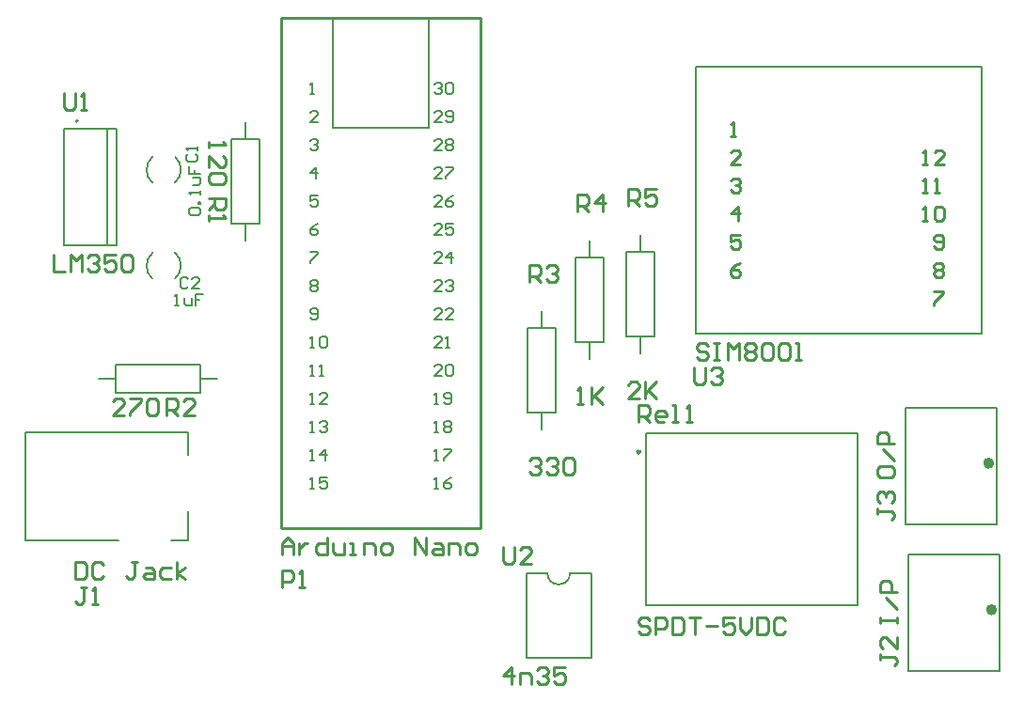
<source format=gto>
G04 Layer_Color=65535*
%FSLAX42Y42*%
%MOMM*%
G71*
G01*
G75*
%ADD10C,0.51*%
%ADD29C,0.20*%
%ADD30C,0.30*%
%ADD31C,0.15*%
%ADD32C,0.25*%
%ADD33C,0.13*%
%ADD34C,0.23*%
%ADD35C,0.19*%
D10*
X8519Y2184D02*
G03*
X8519Y2184I-25J0D01*
G01*
X8545Y864D02*
G03*
X8545Y864I-25J0D01*
G01*
D29*
X293Y5268D02*
G03*
X293Y5268I-10J0D01*
G01*
X966Y4080D02*
G03*
X965Y3846I101J-118D01*
G01*
X1169Y3847D02*
G03*
X1167Y4081I-102J117D01*
G01*
Y4711D02*
G03*
X1169Y4945I-101J118D01*
G01*
X965Y4944D02*
G03*
X966Y4710I102J-117D01*
G01*
X3454Y5207D02*
Y6198D01*
X2591Y5207D02*
X3454D01*
X2591D02*
Y6198D01*
X1283Y2261D02*
Y2464D01*
X-178D02*
X1283D01*
X-178Y1486D02*
Y2464D01*
X1283Y1486D02*
Y1753D01*
X1130Y1486D02*
X1283D01*
X-178D02*
X660D01*
X5855Y5753D02*
X8433D01*
X5855Y3353D02*
Y5753D01*
Y3353D02*
X8433D01*
Y5753D01*
X635Y3073D02*
X1397D01*
X635Y2819D02*
Y3073D01*
Y2819D02*
X1397D01*
Y3073D01*
X483Y2946D02*
X635D01*
X1397D02*
X1549D01*
X1676Y4343D02*
Y5105D01*
Y4343D02*
X1930D01*
Y5105D01*
X1676D02*
X1930D01*
X1803Y4191D02*
Y4343D01*
Y5105D02*
Y5258D01*
X4775Y3277D02*
Y4039D01*
Y3277D02*
X5029D01*
Y4039D01*
X4775D02*
X5029D01*
X4902Y3124D02*
Y3277D01*
Y4039D02*
Y4191D01*
X4597Y2642D02*
Y3404D01*
X4343D02*
X4597D01*
X4343Y2642D02*
Y3404D01*
Y2642D02*
X4597D01*
X4470Y3404D02*
Y3556D01*
Y2489D02*
Y2642D01*
X5232Y3327D02*
Y4089D01*
Y3327D02*
X5486D01*
Y4089D01*
X5232D02*
X5486D01*
X5359Y3175D02*
Y3327D01*
Y4089D02*
Y4242D01*
D30*
X5353Y2288D02*
G03*
X5353Y2288I-10J0D01*
G01*
D31*
X4521Y1194D02*
G03*
X4724Y1194I102J0D01*
G01*
X4915Y432D02*
Y1194D01*
X4331Y432D02*
Y1194D01*
Y432D02*
X4915D01*
X4724Y1194D02*
X4915D01*
X4331D02*
X4521D01*
X1168Y3607D02*
X1202D01*
X1185D01*
Y3708D01*
X1168Y3691D01*
X1253Y3675D02*
Y3624D01*
X1270Y3607D01*
X1321D01*
Y3675D01*
X1422Y3708D02*
X1355D01*
Y3658D01*
X1388D01*
X1355D01*
Y3607D01*
X1287Y3844D02*
X1270Y3861D01*
X1236D01*
X1219Y3844D01*
Y3776D01*
X1236Y3759D01*
X1270D01*
X1287Y3776D01*
X1388Y3759D02*
X1321D01*
X1388Y3827D01*
Y3844D01*
X1372Y3861D01*
X1338D01*
X1321Y3844D01*
X1312Y4422D02*
X1295Y4439D01*
Y4473D01*
X1312Y4490D01*
X1380D01*
X1397Y4473D01*
Y4439D01*
X1380Y4422D01*
X1312D01*
X1397Y4524D02*
X1380D01*
Y4541D01*
X1397D01*
Y4524D01*
Y4608D02*
Y4642D01*
Y4625D01*
X1295D01*
X1312Y4608D01*
X1329Y4693D02*
X1380D01*
X1397Y4710D01*
Y4761D01*
X1329D01*
X1295Y4862D02*
Y4795D01*
X1346D01*
Y4828D01*
Y4795D01*
X1397D01*
X1287Y4973D02*
X1270Y4956D01*
Y4922D01*
X1287Y4905D01*
X1355D01*
X1372Y4922D01*
Y4956D01*
X1355Y4973D01*
X1372Y5006D02*
Y5040D01*
Y5023D01*
X1270D01*
X1287Y5006D01*
D32*
X2123Y1600D02*
Y6198D01*
Y1600D02*
X3923D01*
Y6198D01*
X2123D02*
X3923D01*
X267Y1295D02*
Y1143D01*
X343D01*
X368Y1168D01*
Y1270D01*
X343Y1295D01*
X267D01*
X521Y1270D02*
X495Y1295D01*
X444D01*
X419Y1270D01*
Y1168D01*
X444Y1143D01*
X495D01*
X521Y1168D01*
X825Y1295D02*
X775D01*
X800D01*
Y1168D01*
X775Y1143D01*
X749D01*
X724Y1168D01*
X901Y1245D02*
X952D01*
X978Y1219D01*
Y1143D01*
X901D01*
X876Y1168D01*
X901Y1194D01*
X978D01*
X1130Y1245D02*
X1054D01*
X1028Y1219D01*
Y1168D01*
X1054Y1143D01*
X1130D01*
X1181D02*
Y1295D01*
Y1194D02*
X1257Y1245D01*
X1181Y1194D02*
X1257Y1143D01*
X368Y1067D02*
X317D01*
X343D01*
Y940D01*
X317Y914D01*
X292D01*
X267Y940D01*
X419Y914D02*
X470D01*
X444D01*
Y1067D01*
X419Y1041D01*
X7518Y741D02*
Y791D01*
Y766D01*
X7671D01*
Y741D01*
Y791D01*
Y868D02*
X7569Y969D01*
X7671Y1020D02*
X7518D01*
Y1096D01*
X7544Y1121D01*
X7595D01*
X7620Y1096D01*
Y1020D01*
X7518Y461D02*
Y410D01*
Y436D01*
X7645D01*
X7671Y410D01*
Y385D01*
X7645Y360D01*
X7671Y614D02*
Y512D01*
X7569Y614D01*
X7544D01*
X7518Y588D01*
Y537D01*
X7544Y512D01*
X7493Y2134D02*
Y2083D01*
X7518Y2057D01*
X7620D01*
X7645Y2083D01*
Y2134D01*
X7620Y2159D01*
X7518D01*
X7493Y2134D01*
X7645Y2210D02*
X7544Y2311D01*
X7645Y2362D02*
X7493D01*
Y2438D01*
X7518Y2464D01*
X7569D01*
X7595Y2438D01*
Y2362D01*
X7493Y1778D02*
Y1727D01*
Y1753D01*
X7620D01*
X7645Y1727D01*
Y1702D01*
X7620Y1676D01*
X7518Y1829D02*
X7493Y1854D01*
Y1905D01*
X7518Y1930D01*
X7544D01*
X7569Y1905D01*
Y1880D01*
Y1905D01*
X7595Y1930D01*
X7620D01*
X7645Y1905D01*
Y1854D01*
X7620Y1829D01*
X2136Y1359D02*
Y1460D01*
X2187Y1511D01*
X2238Y1460D01*
Y1359D01*
Y1435D01*
X2136D01*
X2288Y1460D02*
Y1359D01*
Y1410D01*
X2314Y1435D01*
X2339Y1460D01*
X2365D01*
X2542Y1511D02*
Y1359D01*
X2466D01*
X2441Y1384D01*
Y1435D01*
X2466Y1460D01*
X2542D01*
X2593D02*
Y1384D01*
X2619Y1359D01*
X2695D01*
Y1460D01*
X2746Y1359D02*
X2796D01*
X2771D01*
Y1460D01*
X2746D01*
X2873Y1359D02*
Y1460D01*
X2949D01*
X2974Y1435D01*
Y1359D01*
X3050D02*
X3101D01*
X3126Y1384D01*
Y1435D01*
X3101Y1460D01*
X3050D01*
X3025Y1435D01*
Y1384D01*
X3050Y1359D01*
X3330D02*
Y1511D01*
X3431Y1359D01*
Y1511D01*
X3507Y1460D02*
X3558D01*
X3583Y1435D01*
Y1359D01*
X3507D01*
X3482Y1384D01*
X3507Y1410D01*
X3583D01*
X3634Y1359D02*
Y1460D01*
X3710D01*
X3736Y1435D01*
Y1359D01*
X3812D02*
X3863D01*
X3888Y1384D01*
Y1435D01*
X3863Y1460D01*
X3812D01*
X3787Y1435D01*
Y1384D01*
X3812Y1359D01*
X2134Y1067D02*
Y1219D01*
X2210D01*
X2235Y1194D01*
Y1143D01*
X2210Y1118D01*
X2134D01*
X2286Y1067D02*
X2337D01*
X2311D01*
Y1219D01*
X2286Y1194D01*
X1473Y5080D02*
Y5029D01*
Y5055D01*
X1626D01*
X1600Y5080D01*
X1473Y4851D02*
Y4953D01*
X1575Y4851D01*
X1600D01*
X1626Y4877D01*
Y4928D01*
X1600Y4953D01*
Y4801D02*
X1626Y4775D01*
Y4725D01*
X1600Y4699D01*
X1499D01*
X1473Y4725D01*
Y4775D01*
X1499Y4801D01*
X1600D01*
X1473Y4572D02*
X1626D01*
Y4496D01*
X1600Y4470D01*
X1549D01*
X1524Y4496D01*
Y4572D01*
Y4521D02*
X1473Y4470D01*
Y4420D02*
Y4369D01*
Y4394D01*
X1626D01*
X1600Y4420D01*
X711Y2616D02*
X610D01*
X711Y2718D01*
Y2743D01*
X686Y2769D01*
X635D01*
X610Y2743D01*
X762Y2769D02*
X864D01*
Y2743D01*
X762Y2642D01*
Y2616D01*
X914Y2743D02*
X940Y2769D01*
X990D01*
X1016Y2743D01*
Y2642D01*
X990Y2616D01*
X940D01*
X914Y2642D01*
Y2743D01*
X1092Y2616D02*
Y2769D01*
X1168D01*
X1194Y2743D01*
Y2692D01*
X1168Y2667D01*
X1092D01*
X1143D02*
X1194Y2616D01*
X1346D02*
X1245D01*
X1346Y2718D01*
Y2743D01*
X1321Y2769D01*
X1270D01*
X1245Y2743D01*
X4359Y2205D02*
X4384Y2230D01*
X4435D01*
X4460Y2205D01*
Y2179D01*
X4435Y2154D01*
X4409D01*
X4435D01*
X4460Y2129D01*
Y2103D01*
X4435Y2078D01*
X4384D01*
X4359Y2103D01*
X4511Y2205D02*
X4536Y2230D01*
X4587D01*
X4613Y2205D01*
Y2179D01*
X4587Y2154D01*
X4562D01*
X4587D01*
X4613Y2129D01*
Y2103D01*
X4587Y2078D01*
X4536D01*
X4511Y2103D01*
X4663Y2205D02*
X4689Y2230D01*
X4740D01*
X4765Y2205D01*
Y2103D01*
X4740Y2078D01*
X4689D01*
X4663Y2103D01*
Y2205D01*
X4359Y3815D02*
Y3967D01*
X4435D01*
X4460Y3942D01*
Y3891D01*
X4435Y3866D01*
X4359D01*
X4409D02*
X4460Y3815D01*
X4511Y3942D02*
X4536Y3967D01*
X4587D01*
X4613Y3942D01*
Y3917D01*
X4587Y3891D01*
X4562D01*
X4587D01*
X4613Y3866D01*
Y3840D01*
X4587Y3815D01*
X4536D01*
X4511Y3840D01*
X4790Y2713D02*
X4841D01*
X4816D01*
Y2865D01*
X4790Y2840D01*
X4917Y2865D02*
Y2713D01*
Y2764D01*
X5019Y2865D01*
X4943Y2789D01*
X5019Y2713D01*
X4790Y4450D02*
Y4602D01*
X4867D01*
X4892Y4577D01*
Y4526D01*
X4867Y4501D01*
X4790D01*
X4841D02*
X4892Y4450D01*
X5019D02*
Y4602D01*
X4943Y4526D01*
X5044D01*
X5349Y2764D02*
X5248D01*
X5349Y2865D01*
Y2890D01*
X5324Y2916D01*
X5273D01*
X5248Y2890D01*
X5400Y2916D02*
Y2764D01*
Y2814D01*
X5502Y2916D01*
X5425Y2840D01*
X5502Y2764D01*
X5248Y4501D02*
Y4653D01*
X5324D01*
X5349Y4628D01*
Y4577D01*
X5324Y4552D01*
X5248D01*
X5298D02*
X5349Y4501D01*
X5502Y4653D02*
X5400D01*
Y4577D01*
X5451Y4602D01*
X5476D01*
X5502Y4577D01*
Y4526D01*
X5476Y4501D01*
X5425D01*
X5400Y4526D01*
X5446Y772D02*
X5420Y798D01*
X5370D01*
X5344Y772D01*
Y747D01*
X5370Y721D01*
X5420D01*
X5446Y696D01*
Y671D01*
X5420Y645D01*
X5370D01*
X5344Y671D01*
X5497Y645D02*
Y798D01*
X5573D01*
X5598Y772D01*
Y721D01*
X5573Y696D01*
X5497D01*
X5649Y798D02*
Y645D01*
X5725D01*
X5750Y671D01*
Y772D01*
X5725Y798D01*
X5649D01*
X5801D02*
X5903D01*
X5852D01*
Y645D01*
X5954Y721D02*
X6055D01*
X6207Y798D02*
X6106D01*
Y721D01*
X6157Y747D01*
X6182D01*
X6207Y721D01*
Y671D01*
X6182Y645D01*
X6131D01*
X6106Y671D01*
X6258Y798D02*
Y696D01*
X6309Y645D01*
X6360Y696D01*
Y798D01*
X6411D02*
Y645D01*
X6487D01*
X6512Y671D01*
Y772D01*
X6487Y798D01*
X6411D01*
X6665Y772D02*
X6639Y798D01*
X6588D01*
X6563Y772D01*
Y671D01*
X6588Y645D01*
X6639D01*
X6665Y671D01*
X5344Y2555D02*
Y2708D01*
X5420D01*
X5446Y2682D01*
Y2631D01*
X5420Y2606D01*
X5344D01*
X5395D02*
X5446Y2555D01*
X5573D02*
X5522D01*
X5497Y2581D01*
Y2631D01*
X5522Y2657D01*
X5573D01*
X5598Y2631D01*
Y2606D01*
X5497D01*
X5649Y2555D02*
X5700D01*
X5674D01*
Y2708D01*
X5649D01*
X5776Y2555D02*
X5827D01*
X5801D01*
Y2708D01*
X5776Y2682D01*
X76Y4064D02*
Y3912D01*
X178D01*
X229D02*
Y4064D01*
X279Y4013D01*
X330Y4064D01*
Y3912D01*
X381Y4039D02*
X406Y4064D01*
X457D01*
X482Y4039D01*
Y4013D01*
X457Y3988D01*
X432D01*
X457D01*
X482Y3962D01*
Y3937D01*
X457Y3912D01*
X406D01*
X381Y3937D01*
X635Y4064D02*
X533D01*
Y3988D01*
X584Y4013D01*
X609D01*
X635Y3988D01*
Y3937D01*
X609Y3912D01*
X559D01*
X533Y3937D01*
X686Y4039D02*
X711Y4064D01*
X762D01*
X787Y4039D01*
Y3937D01*
X762Y3912D01*
X711D01*
X686Y3937D01*
Y4039D01*
X170Y5517D02*
Y5390D01*
X196Y5364D01*
X246D01*
X272Y5390D01*
Y5517D01*
X323Y5364D02*
X373D01*
X348D01*
Y5517D01*
X323Y5491D01*
X4201Y196D02*
Y348D01*
X4125Y272D01*
X4227D01*
X4277Y196D02*
Y297D01*
X4353D01*
X4379Y272D01*
Y196D01*
X4430Y323D02*
X4455Y348D01*
X4506D01*
X4531Y323D01*
Y297D01*
X4506Y272D01*
X4480D01*
X4506D01*
X4531Y246D01*
Y221D01*
X4506Y196D01*
X4455D01*
X4430Y221D01*
X4684Y348D02*
X4582D01*
Y272D01*
X4633Y297D01*
X4658D01*
X4684Y272D01*
Y221D01*
X4658Y196D01*
X4607D01*
X4582Y221D01*
X4125Y1430D02*
Y1303D01*
X4150Y1278D01*
X4201D01*
X4227Y1303D01*
Y1430D01*
X4379Y1278D02*
X4277D01*
X4379Y1379D01*
Y1405D01*
X4353Y1430D01*
X4303D01*
X4277Y1405D01*
X5971Y3241D02*
X5946Y3266D01*
X5895D01*
X5869Y3241D01*
Y3215D01*
X5895Y3190D01*
X5946D01*
X5971Y3164D01*
Y3139D01*
X5946Y3114D01*
X5895D01*
X5869Y3139D01*
X6022Y3266D02*
X6073D01*
X6047D01*
Y3114D01*
X6022D01*
X6073D01*
X6149D02*
Y3266D01*
X6199Y3215D01*
X6250Y3266D01*
Y3114D01*
X6301Y3241D02*
X6326Y3266D01*
X6377D01*
X6403Y3241D01*
Y3215D01*
X6377Y3190D01*
X6403Y3164D01*
Y3139D01*
X6377Y3114D01*
X6326D01*
X6301Y3139D01*
Y3164D01*
X6326Y3190D01*
X6301Y3215D01*
Y3241D01*
X6326Y3190D02*
X6377D01*
X6453Y3241D02*
X6479Y3266D01*
X6530D01*
X6555Y3241D01*
Y3139D01*
X6530Y3114D01*
X6479D01*
X6453Y3139D01*
Y3241D01*
X6606D02*
X6631Y3266D01*
X6682D01*
X6707Y3241D01*
Y3139D01*
X6682Y3114D01*
X6631D01*
X6606Y3139D01*
Y3241D01*
X6758Y3114D02*
X6809D01*
X6783D01*
Y3266D01*
X6758D01*
X5842Y3048D02*
Y2921D01*
X5867Y2896D01*
X5918D01*
X5944Y2921D01*
Y3048D01*
X5994Y3023D02*
X6020Y3048D01*
X6071D01*
X6096Y3023D01*
Y2997D01*
X6071Y2972D01*
X6045D01*
X6071D01*
X6096Y2946D01*
Y2921D01*
X6071Y2896D01*
X6020D01*
X5994Y2921D01*
D33*
X559Y4153D02*
Y5194D01*
X642Y4147D02*
Y5201D01*
X172Y4147D02*
X642D01*
X172D02*
Y5201D01*
X642D01*
X7743Y1631D02*
X8563D01*
Y2684D01*
X7743D02*
X8563D01*
X7743Y1631D02*
Y2684D01*
X7769Y310D02*
X8589D01*
Y1364D01*
X7769D02*
X8589D01*
X7769Y310D02*
Y1364D01*
X5408Y901D02*
Y2451D01*
X7318D01*
Y901D02*
Y2451D01*
X5408Y901D02*
X7318D01*
D34*
X7899Y4877D02*
X7942D01*
X7921D01*
Y5004D01*
X7899Y4983D01*
X8090Y4877D02*
X8005D01*
X8090Y4961D01*
Y4983D01*
X8069Y5004D01*
X8026D01*
X8005Y4983D01*
X7899Y4623D02*
X7942D01*
X7921D01*
Y4750D01*
X7899Y4729D01*
X8005Y4623D02*
X8048D01*
X8026D01*
Y4750D01*
X8005Y4729D01*
X7899Y4369D02*
X7942D01*
X7921D01*
Y4496D01*
X7899Y4475D01*
X8005D02*
X8026Y4496D01*
X8069D01*
X8090Y4475D01*
Y4390D01*
X8069Y4369D01*
X8026D01*
X8005Y4390D01*
Y4475D01*
X8001Y4136D02*
X8022Y4115D01*
X8064D01*
X8086Y4136D01*
Y4221D01*
X8064Y4242D01*
X8022D01*
X8001Y4221D01*
Y4199D01*
X8022Y4178D01*
X8086D01*
X8001Y3967D02*
X8022Y3988D01*
X8064D01*
X8086Y3967D01*
Y3945D01*
X8064Y3924D01*
X8086Y3903D01*
Y3882D01*
X8064Y3861D01*
X8022D01*
X8001Y3882D01*
Y3903D01*
X8022Y3924D01*
X8001Y3945D01*
Y3967D01*
X8022Y3924D02*
X8064D01*
X8001Y3734D02*
X8086D01*
Y3713D01*
X8001Y3628D01*
Y3607D01*
X6257Y3988D02*
X6215Y3967D01*
X6172Y3924D01*
Y3882D01*
X6193Y3861D01*
X6236D01*
X6257Y3882D01*
Y3903D01*
X6236Y3924D01*
X6172D01*
X6257Y4242D02*
X6172D01*
Y4178D01*
X6215Y4199D01*
X6236D01*
X6257Y4178D01*
Y4136D01*
X6236Y4115D01*
X6193D01*
X6172Y4136D01*
X6236Y4369D02*
Y4496D01*
X6172Y4432D01*
X6257D01*
X6172Y4729D02*
X6193Y4750D01*
X6236D01*
X6257Y4729D01*
Y4707D01*
X6236Y4686D01*
X6215D01*
X6236D01*
X6257Y4665D01*
Y4644D01*
X6236Y4623D01*
X6193D01*
X6172Y4644D01*
X6257Y4877D02*
X6172D01*
X6257Y4961D01*
Y4983D01*
X6236Y5004D01*
X6193D01*
X6172Y4983D01*
Y5131D02*
X6215D01*
X6193D01*
Y5258D01*
X6172Y5237D01*
D35*
X2388Y5512D02*
X2421D01*
X2404D01*
Y5612D01*
X2388Y5595D01*
X2454Y5258D02*
X2388D01*
X2454Y5324D01*
Y5341D01*
X2438Y5358D01*
X2404D01*
X2388Y5341D01*
Y5087D02*
X2404Y5104D01*
X2438D01*
X2454Y5087D01*
Y5070D01*
X2438Y5054D01*
X2421D01*
X2438D01*
X2454Y5037D01*
Y5020D01*
X2438Y5004D01*
X2404D01*
X2388Y5020D01*
X2438Y4750D02*
Y4850D01*
X2388Y4800D01*
X2454D01*
Y4596D02*
X2388D01*
Y4546D01*
X2421Y4562D01*
X2438D01*
X2454Y4546D01*
Y4512D01*
X2438Y4496D01*
X2404D01*
X2388Y4512D01*
X2454Y4342D02*
X2421Y4325D01*
X2388Y4292D01*
Y4258D01*
X2404Y4242D01*
X2438D01*
X2454Y4258D01*
Y4275D01*
X2438Y4292D01*
X2388D01*
Y4088D02*
X2454D01*
Y4071D01*
X2388Y4004D01*
Y3988D01*
Y3817D02*
X2404Y3834D01*
X2438D01*
X2454Y3817D01*
Y3800D01*
X2438Y3784D01*
X2454Y3767D01*
Y3750D01*
X2438Y3734D01*
X2404D01*
X2388Y3750D01*
Y3767D01*
X2404Y3784D01*
X2388Y3800D01*
Y3817D01*
X2404Y3784D02*
X2438D01*
X2388Y3496D02*
X2404Y3480D01*
X2438D01*
X2454Y3496D01*
Y3563D01*
X2438Y3580D01*
X2404D01*
X2388Y3563D01*
Y3546D01*
X2404Y3530D01*
X2454D01*
X2388Y3226D02*
X2421D01*
X2404D01*
Y3326D01*
X2388Y3309D01*
X2471D02*
X2488Y3326D01*
X2521D01*
X2538Y3309D01*
Y3242D01*
X2521Y3226D01*
X2488D01*
X2471Y3242D01*
Y3309D01*
X2388Y2972D02*
X2421D01*
X2404D01*
Y3072D01*
X2388Y3055D01*
X2471Y2972D02*
X2504D01*
X2488D01*
Y3072D01*
X2471Y3055D01*
X2388Y2718D02*
X2421D01*
X2404D01*
Y2818D01*
X2388Y2801D01*
X2538Y2718D02*
X2471D01*
X2538Y2784D01*
Y2801D01*
X2521Y2818D01*
X2488D01*
X2471Y2801D01*
X2388Y2464D02*
X2421D01*
X2404D01*
Y2564D01*
X2388Y2547D01*
X2471D02*
X2488Y2564D01*
X2521D01*
X2538Y2547D01*
Y2530D01*
X2521Y2514D01*
X2504D01*
X2521D01*
X2538Y2497D01*
Y2480D01*
X2521Y2464D01*
X2488D01*
X2471Y2480D01*
X2388Y2210D02*
X2421D01*
X2404D01*
Y2310D01*
X2388Y2293D01*
X2521Y2210D02*
Y2310D01*
X2471Y2260D01*
X2538D01*
X2388Y1956D02*
X2421D01*
X2404D01*
Y2056D01*
X2388Y2039D01*
X2538Y2056D02*
X2471D01*
Y2006D01*
X2504Y2022D01*
X2521D01*
X2538Y2006D01*
Y1972D01*
X2521Y1956D01*
X2488D01*
X2471Y1972D01*
X3505Y1956D02*
X3539D01*
X3522D01*
Y2056D01*
X3505Y2039D01*
X3655Y2056D02*
X3622Y2039D01*
X3589Y2006D01*
Y1972D01*
X3605Y1956D01*
X3638D01*
X3655Y1972D01*
Y1989D01*
X3638Y2006D01*
X3589D01*
X3505Y2210D02*
X3539D01*
X3522D01*
Y2310D01*
X3505Y2293D01*
X3589Y2310D02*
X3655D01*
Y2293D01*
X3589Y2226D01*
Y2210D01*
X3505Y2464D02*
X3539D01*
X3522D01*
Y2564D01*
X3505Y2547D01*
X3589D02*
X3605Y2564D01*
X3638D01*
X3655Y2547D01*
Y2530D01*
X3638Y2514D01*
X3655Y2497D01*
Y2480D01*
X3638Y2464D01*
X3605D01*
X3589Y2480D01*
Y2497D01*
X3605Y2514D01*
X3589Y2530D01*
Y2547D01*
X3605Y2514D02*
X3638D01*
X3505Y2718D02*
X3539D01*
X3522D01*
Y2818D01*
X3505Y2801D01*
X3589Y2734D02*
X3605Y2718D01*
X3638D01*
X3655Y2734D01*
Y2801D01*
X3638Y2818D01*
X3605D01*
X3589Y2801D01*
Y2784D01*
X3605Y2768D01*
X3655D01*
X3572Y2972D02*
X3505D01*
X3572Y3038D01*
Y3055D01*
X3555Y3072D01*
X3522D01*
X3505Y3055D01*
X3605D02*
X3622Y3072D01*
X3655D01*
X3672Y3055D01*
Y2988D01*
X3655Y2972D01*
X3622D01*
X3605Y2988D01*
Y3055D01*
X3572Y3226D02*
X3505D01*
X3572Y3292D01*
Y3309D01*
X3555Y3326D01*
X3522D01*
X3505Y3309D01*
X3605Y3226D02*
X3638D01*
X3622D01*
Y3326D01*
X3605Y3309D01*
X3572Y3480D02*
X3505D01*
X3572Y3546D01*
Y3563D01*
X3555Y3580D01*
X3522D01*
X3505Y3563D01*
X3672Y3480D02*
X3605D01*
X3672Y3546D01*
Y3563D01*
X3655Y3580D01*
X3622D01*
X3605Y3563D01*
X3572Y3734D02*
X3505D01*
X3572Y3800D01*
Y3817D01*
X3555Y3834D01*
X3522D01*
X3505Y3817D01*
X3605D02*
X3622Y3834D01*
X3655D01*
X3672Y3817D01*
Y3800D01*
X3655Y3784D01*
X3638D01*
X3655D01*
X3672Y3767D01*
Y3750D01*
X3655Y3734D01*
X3622D01*
X3605Y3750D01*
X3572Y3988D02*
X3505D01*
X3572Y4054D01*
Y4071D01*
X3555Y4088D01*
X3522D01*
X3505Y4071D01*
X3655Y3988D02*
Y4088D01*
X3605Y4038D01*
X3672D01*
X3572Y4242D02*
X3505D01*
X3572Y4308D01*
Y4325D01*
X3555Y4342D01*
X3522D01*
X3505Y4325D01*
X3672Y4342D02*
X3605D01*
Y4292D01*
X3638Y4308D01*
X3655D01*
X3672Y4292D01*
Y4258D01*
X3655Y4242D01*
X3622D01*
X3605Y4258D01*
X3572Y4496D02*
X3505D01*
X3572Y4562D01*
Y4579D01*
X3555Y4596D01*
X3522D01*
X3505Y4579D01*
X3672Y4596D02*
X3638Y4579D01*
X3605Y4546D01*
Y4512D01*
X3622Y4496D01*
X3655D01*
X3672Y4512D01*
Y4529D01*
X3655Y4546D01*
X3605D01*
X3572Y4750D02*
X3505D01*
X3572Y4816D01*
Y4833D01*
X3555Y4850D01*
X3522D01*
X3505Y4833D01*
X3605Y4850D02*
X3672D01*
Y4833D01*
X3605Y4766D01*
Y4750D01*
X3572Y5004D02*
X3505D01*
X3572Y5070D01*
Y5087D01*
X3555Y5104D01*
X3522D01*
X3505Y5087D01*
X3605D02*
X3622Y5104D01*
X3655D01*
X3672Y5087D01*
Y5070D01*
X3655Y5054D01*
X3672Y5037D01*
Y5020D01*
X3655Y5004D01*
X3622D01*
X3605Y5020D01*
Y5037D01*
X3622Y5054D01*
X3605Y5070D01*
Y5087D01*
X3622Y5054D02*
X3655D01*
X3572Y5258D02*
X3505D01*
X3572Y5324D01*
Y5341D01*
X3555Y5358D01*
X3522D01*
X3505Y5341D01*
X3605Y5274D02*
X3622Y5258D01*
X3655D01*
X3672Y5274D01*
Y5341D01*
X3655Y5358D01*
X3622D01*
X3605Y5341D01*
Y5324D01*
X3622Y5308D01*
X3672D01*
X3505Y5595D02*
X3522Y5612D01*
X3555D01*
X3572Y5595D01*
Y5578D01*
X3555Y5562D01*
X3539D01*
X3555D01*
X3572Y5545D01*
Y5528D01*
X3555Y5512D01*
X3522D01*
X3505Y5528D01*
X3605Y5595D02*
X3622Y5612D01*
X3655D01*
X3672Y5595D01*
Y5528D01*
X3655Y5512D01*
X3622D01*
X3605Y5528D01*
Y5595D01*
M02*

</source>
